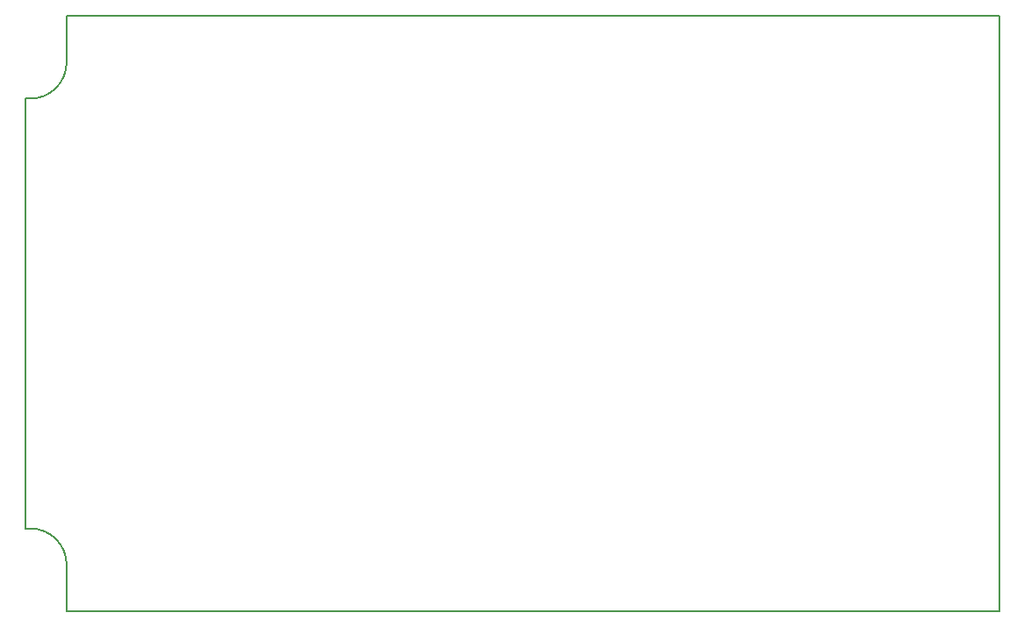
<source format=gbr>
G04 #@! TF.GenerationSoftware,KiCad,Pcbnew,(2017-05-10 revision 747583606)-makepkg*
G04 #@! TF.CreationDate,2017-05-29T23:11:27+02:00*
G04 #@! TF.ProjectId,Switch-N-Sense,5377697463682D4E2D53656E73652E6B,rev?*
G04 #@! TF.FileFunction,Profile,NP*
%FSLAX46Y46*%
G04 Gerber Fmt 4.6, Leading zero omitted, Abs format (unit mm)*
G04 Created by KiCad (PCBNEW (2017-05-10 revision 747583606)-makepkg) date 05/29/17 23:11:27*
%MOMM*%
%LPD*%
G01*
G04 APERTURE LIST*
%ADD10C,0.100000*%
%ADD11C,0.150000*%
G04 APERTURE END LIST*
D10*
D11*
X100500000Y-64500000D02*
G75*
G02X97000000Y-68000000I-3500000J0D01*
G01*
X97000000Y-109500000D02*
G75*
G02X100500000Y-113000000I0J-3500000D01*
G01*
X96500000Y-68000000D02*
X96500000Y-109500000D01*
X100500000Y-113000000D02*
X100500000Y-117500000D01*
X97000000Y-109500000D02*
X96500000Y-109500000D01*
X97000000Y-68000000D02*
X96500000Y-68000000D01*
X100500000Y-60000000D02*
X100500000Y-64500000D01*
X190500000Y-117500000D02*
X190500000Y-60000000D01*
X190500000Y-60000000D02*
X100500000Y-60000000D01*
X100500000Y-117500000D02*
X190500000Y-117500000D01*
M02*

</source>
